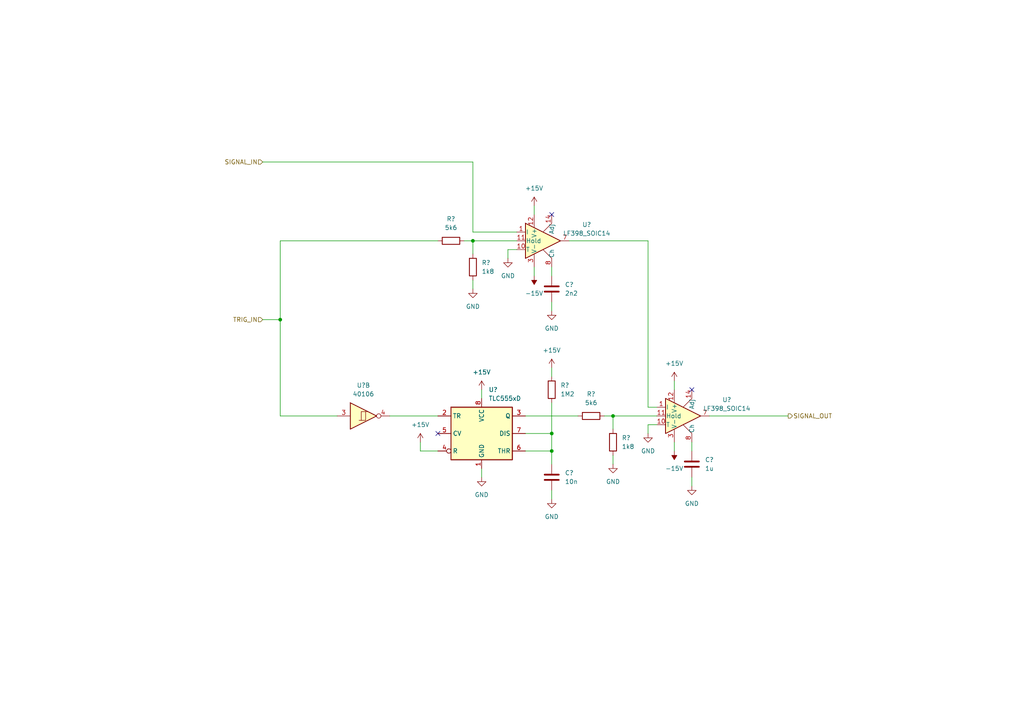
<source format=kicad_sch>
(kicad_sch (version 20211123) (generator eeschema)
  (paper "A4")
  (lib_symbols
    (symbol "4xxx:40106" (pin_names (offset 1.016))
      (property "Reference" "U" (at 0 1.27 0))
      (property "Value" "40106" (at 0 -1.27 0))
      (symbol "40106_1_0"
        (polyline (pts (xy -0.635 -1.27) (xy -0.635 1.27) (xy 0.635 1.27)))
        (polyline (pts (xy -3.81 3.81) (xy -3.81 -3.81) (xy 3.81 0) (xy -3.81 3.81)) (stroke (width 0.254)) (fill (type background)))
        (polyline (pts (xy -1.27 -1.27) (xy 0.635 -1.27) (xy 0.635 1.27) (xy 1.27 1.27)))
        (pin input line (at -7.62 0 0) (length 3.81) (name "~") (number "1"))
        (pin output inverted (at 7.62 0 180) (length 3.81) (name "~") (number "2"))
      )
      (symbol "40106_2_0"
        (polyline (pts (xy -0.635 -1.27) (xy -0.635 1.27) (xy 0.635 1.27)))
        (polyline (pts (xy -3.81 3.81) (xy -3.81 -3.81) (xy 3.81 0) (xy -3.81 3.81)) (stroke (width 0.254)) (fill (type background)))
        (polyline (pts (xy -1.27 -1.27) (xy 0.635 -1.27) (xy 0.635 1.27) (xy 1.27 1.27)))
        (pin input line (at -7.62 0 0) (length 3.81) (name "~") (number "3"))
        (pin output inverted (at 7.62 0 180) (length 3.81) (name "~") (number "4"))
      )
      (symbol "40106_3_0"
        (polyline (pts (xy -0.635 -1.27) (xy -0.635 1.27) (xy 0.635 1.27)))
        (polyline (pts (xy -3.81 3.81) (xy -3.81 -3.81) (xy 3.81 0) (xy -3.81 3.81)) (stroke (width 0.254)) (fill (type background)))
        (polyline (pts (xy -1.27 -1.27) (xy 0.635 -1.27) (xy 0.635 1.27) (xy 1.27 1.27)))
        (pin input line (at -7.62 0 0) (length 3.81) (name "~") (number "5"))
        (pin output inverted (at 7.62 0 180) (length 3.81) (name "~") (number "6"))
      )
      (symbol "40106_4_0"
        (polyline (pts (xy -0.635 -1.27) (xy -0.635 1.27) (xy 0.635 1.27)))
        (polyline (pts (xy -3.81 3.81) (xy -3.81 -3.81) (xy 3.81 0) (xy -3.81 3.81)) (stroke (width 0.254)) (fill (type background)))
        (polyline (pts (xy -1.27 -1.27) (xy 0.635 -1.27) (xy 0.635 1.27) (xy 1.27 1.27)))
        (pin output inverted (at 7.62 0 180) (length 3.81) (name "~") (number "8"))
        (pin input line (at -7.62 0 0) (length 3.81) (name "~") (number "9"))
      )
      (symbol "40106_5_0"
        (polyline (pts (xy -0.635 -1.27) (xy -0.635 1.27) (xy 0.635 1.27)))
        (polyline (pts (xy -3.81 3.81) (xy -3.81 -3.81) (xy 3.81 0) (xy -3.81 3.81)) (stroke (width 0.254)) (fill (type background)))
        (polyline (pts (xy -1.27 -1.27) (xy 0.635 -1.27) (xy 0.635 1.27) (xy 1.27 1.27)))
        (pin output inverted (at 7.62 0 180) (length 3.81) (name "~") (number "10"))
        (pin input line (at -7.62 0 0) (length 3.81) (name "~") (number "11"))
      )
      (symbol "40106_6_0"
        (polyline (pts (xy -0.635 -1.27) (xy -0.635 1.27) (xy 0.635 1.27)))
        (polyline (pts (xy -3.81 3.81) (xy -3.81 -3.81) (xy 3.81 0) (xy -3.81 3.81)) (stroke (width 0.254)) (fill (type background)))
        (polyline (pts (xy -1.27 -1.27) (xy 0.635 -1.27) (xy 0.635 1.27) (xy 1.27 1.27)))
        (pin output inverted (at 7.62 0 180) (length 3.81) (name "~") (number "12"))
        (pin input line (at -7.62 0 0) (length 3.81) (name "~") (number "13"))
      )
      (symbol "40106_7_0"
        (pin power_in line (at 0 12.7 270) (length 5.08) (name "VDD") (number "14"))
        (pin power_in line (at 0 -12.7 90) (length 5.08) (name "VSS") (number "7"))
      )
      (symbol "40106_7_1"
        (rectangle (start -5.08 7.62) (end 5.08 -7.62) (stroke (width 0.254)) (fill (type background)))
      )
    )
    (symbol "Analog:LF398_SOIC14" (pin_names (offset 0.127))
      (property "Reference" "U" (at 5.08 3.81 0))
      (property "Value" "LF398_SOIC14" (at 5.08 -2.54 0))
      (symbol "LF398_SOIC14_0_1"
        (polyline (pts (xy 0 -2.54) (xy 2.54 -5.08)))
        (polyline (pts (xy 2.54 5.08) (xy 0 2.54)))
        (polyline (pts (xy -5.08 5.08) (xy 5.08 0) (xy -5.08 -5.08) (xy -5.08 5.08)) (stroke (width 0.254)) (fill (type background)))
      )
      (symbol "LF398_SOIC14_1_1"
        (pin input line (at -7.62 2.54 0) (length 2.54) (name "I") (number "1"))
        (pin passive line (at -7.62 -2.54 0) (length 2.54) (name "T") (number "10"))
        (pin input line (at -7.62 0 0) (length 2.54) (name "Hold") (number "11"))
        (pin passive line (at -2.54 7.62 270) (length 3.81) (name "V+") (number "12"))
        (pin no_connect line (at 0 -2.54 90) (length 2.54) hide (name "NC") (number "13"))
        (pin passive line (at 2.54 7.62 270) (length 2.54) (name "Adj") (number "14"))
        (pin no_connect line (at -5.08 2.54 270) (length 2.54) hide (name "NC") (number "2"))
        (pin passive line (at -2.54 -7.62 90) (length 3.81) (name "V-") (number "3"))
        (pin no_connect line (at -2.54 2.54 270) (length 2.54) hide (name "NC") (number "4"))
        (pin no_connect line (at -5.08 -2.54 90) (length 2.54) hide (name "NC") (number "5"))
        (pin no_connect line (at -2.54 -2.54 90) (length 2.54) hide (name "NC") (number "6"))
        (pin output line (at 7.62 0 180) (length 2.54) (name "~") (number "7"))
        (pin passive line (at 2.54 -7.62 90) (length 2.54) (name "Ch") (number "8"))
        (pin no_connect line (at 0 2.54 270) (length 2.54) hide (name "NC") (number "9"))
      )
    )
    (symbol "Device:C" (pin_numbers hide) (pin_names (offset 0.254))
      (property "Reference" "C" (at 0.635 2.54 0))
      (property "Value" "C" (at 0.635 -2.54 0))
      (symbol "C_0_1"
        (polyline (pts (xy -2.032 -0.762) (xy 2.032 -0.762)) (stroke (width 0.508)))
        (polyline (pts (xy -2.032 0.762) (xy 2.032 0.762)) (stroke (width 0.508)))
      )
      (symbol "C_1_1"
        (pin passive line (at 0 3.81 270) (length 2.794) (name "~") (number "1"))
        (pin passive line (at 0 -3.81 90) (length 2.794) (name "~") (number "2"))
      )
    )
    (symbol "Device:R" (pin_numbers hide) (pin_names (offset 0))
      (property "Reference" "R" (at 2.032 0 90))
      (property "Value" "R" (at 0 0 90))
      (symbol "R_0_1"
        (rectangle (start -1.016 -2.54) (end 1.016 2.54) (stroke (width 0.254)))
      )
      (symbol "R_1_1"
        (pin passive line (at 0 3.81 270) (length 1.27) (name "~") (number "1"))
        (pin passive line (at 0 -3.81 90) (length 1.27) (name "~") (number "2"))
      )
    )
    (symbol "Timer:TLC555xD"
      (property "Reference" "U" (at -10.16 8.89 0))
      (property "Value" "TLC555xD" (at 2.54 8.89 0))
      (symbol "TLC555xD_0_0"
        (pin power_in line (at 0 -10.16 90) (length 2.54) (name "GND") (number "1"))
        (pin power_in line (at 0 10.16 270) (length 2.54) (name "VCC") (number "8"))
      )
      (symbol "TLC555xD_0_1"
        (rectangle (start -8.89 -7.62) (end 8.89 7.62) (stroke (width 0.254)) (fill (type background)))
        (rectangle (start -8.89 -7.62) (end 8.89 7.62) (stroke (width 0.254)) (fill (type background)))
      )
      (symbol "TLC555xD_1_1"
        (pin input line (at -12.7 5.08 0) (length 3.81) (name "TR") (number "2"))
        (pin output line (at 12.7 5.08 180) (length 3.81) (name "Q") (number "3"))
        (pin input inverted (at -12.7 -5.08 0) (length 3.81) (name "R") (number "4"))
        (pin input line (at -12.7 0 0) (length 3.81) (name "CV") (number "5"))
        (pin input line (at 12.7 -5.08 180) (length 3.81) (name "THR") (number "6"))
        (pin input line (at 12.7 0 180) (length 3.81) (name "DIS") (number "7"))
      )
    )
    (symbol "power:+15V" (power) (pin_names (offset 0))
      (property "Value" "+15V" (at 0 3.556 0))
      (symbol "+15V_0_1"
        (polyline (pts (xy -0.762 1.27) (xy 0 2.54)))
        (polyline (pts (xy 0 0) (xy 0 2.54)))
        (polyline (pts (xy 0 2.54) (xy 0.762 1.27)))
      )
      (symbol "+15V_1_1"
        (pin power_in line (at 0 0 90) (length 0) hide (name "+15V") (number "1"))
      )
    )
    (symbol "power:-15V" (power) (pin_names (offset 0))
      (property "Value" "-15V" (at 0 3.81 0))
      (symbol "-15V_0_0"
        (pin power_in line (at 0 0 90) (length 0) hide (name "-15V") (number "1"))
      )
      (symbol "-15V_0_1"
        (polyline (pts (xy 0 0) (xy 0 1.27) (xy 0.762 1.27) (xy 0 2.54) (xy -0.762 1.27) (xy 0 1.27)) (fill (type outline)))
      )
    )
    (symbol "power:GND" (power) (pin_names (offset 0))
      (property "Value" "GND" (at 0 -3.81 0))
      (symbol "GND_0_1"
        (polyline (pts (xy 0 0) (xy 0 -1.27) (xy 1.27 -1.27) (xy 0 -2.54) (xy -1.27 -1.27) (xy 0 -1.27)))
      )
      (symbol "GND_1_1"
        (pin power_in line (at 0 0 270) (length 0) hide (name "GND") (number "1"))
      )
    )
  )
  (junction (at 160.02 130.81))
  (junction (at 81.28 92.71))
  (junction (at 137.16 69.85))
  (junction (at 177.8 120.65))
  (junction (at 160.02 125.73))
  (no_connect (at 160.02 62.23))
  (no_connect (at 127 125.73))
  (no_connect (at 200.66 113.03))
  (wire (pts (xy 147.32 72.39) (xy 149.86 72.39)))
  (wire (pts (xy 187.96 69.85) (xy 165.1 69.85)))
  (wire (pts (xy 76.2 92.71) (xy 81.28 92.71)))
  (wire (pts (xy 200.66 138.43) (xy 200.66 140.97)))
  (wire (pts (xy 147.32 72.39) (xy 147.32 74.93)))
  (wire (pts (xy 160.02 134.62) (xy 160.02 130.81)))
  (wire (pts (xy 190.5 118.11) (xy 187.96 118.11)))
  (wire (pts (xy 177.8 132.08) (xy 177.8 134.62)))
  (wire (pts (xy 139.7 135.89) (xy 139.7 138.43)))
  (wire (pts (xy 177.8 120.65) (xy 190.5 120.65)))
  (wire (pts (xy 187.96 118.11) (xy 187.96 69.85)))
  (wire (pts (xy 154.94 77.47) (xy 154.94 80.01)))
  (wire (pts (xy 160.02 116.84) (xy 160.02 125.73)))
  (wire (pts (xy 113.03 120.65) (xy 127 120.65)))
  (wire (pts (xy 134.62 69.85) (xy 137.16 69.85)))
  (wire (pts (xy 177.8 124.46) (xy 177.8 120.65)))
  (wire (pts (xy 81.28 92.71) (xy 81.28 120.65)))
  (wire (pts (xy 154.94 59.69) (xy 154.94 62.23)))
  (wire (pts (xy 200.66 128.27) (xy 200.66 130.81)))
  (wire (pts (xy 81.28 69.85) (xy 127 69.85)))
  (wire (pts (xy 160.02 130.81) (xy 160.02 125.73)))
  (wire (pts (xy 137.16 46.99) (xy 76.2 46.99)))
  (wire (pts (xy 195.58 128.27) (xy 195.58 130.81)))
  (wire (pts (xy 137.16 73.66) (xy 137.16 69.85)))
  (wire (pts (xy 121.92 130.81) (xy 127 130.81)))
  (wire (pts (xy 152.4 130.81) (xy 160.02 130.81)))
  (wire (pts (xy 175.26 120.65) (xy 177.8 120.65)))
  (wire (pts (xy 152.4 120.65) (xy 167.64 120.65)))
  (wire (pts (xy 160.02 125.73) (xy 152.4 125.73)))
  (wire (pts (xy 187.96 123.19) (xy 187.96 125.73)))
  (wire (pts (xy 205.74 120.65) (xy 228.6 120.65)))
  (wire (pts (xy 137.16 67.31) (xy 137.16 46.99)))
  (wire (pts (xy 187.96 123.19) (xy 190.5 123.19)))
  (wire (pts (xy 149.86 67.31) (xy 137.16 67.31)))
  (wire (pts (xy 81.28 69.85) (xy 81.28 92.71)))
  (wire (pts (xy 137.16 69.85) (xy 149.86 69.85)))
  (wire (pts (xy 195.58 110.49) (xy 195.58 113.03)))
  (wire (pts (xy 81.28 120.65) (xy 97.79 120.65)))
  (wire (pts (xy 137.16 81.28) (xy 137.16 83.82)))
  (wire (pts (xy 160.02 142.24) (xy 160.02 144.78)))
  (wire (pts (xy 160.02 87.63) (xy 160.02 90.17)))
  (wire (pts (xy 121.92 128.27) (xy 121.92 130.81)))
  (wire (pts (xy 160.02 106.68) (xy 160.02 109.22)))
  (wire (pts (xy 160.02 77.47) (xy 160.02 80.01)))
  (wire (pts (xy 139.7 113.03) (xy 139.7 115.57)))
  (hierarchical_label "TRIG_IN" (shape input) (at 76.2 92.71 180))
  (hierarchical_label "SIGNAL_IN" (shape input) (at 76.2 46.99 180))
  (hierarchical_label "SIGNAL_OUT" (shape output) (at 228.6 120.65 0))
  (symbol (lib_id "Device:C") (at 160.02 138.43 0) (unit 1)
    (property "Reference" "C?" (at 163.83 137.1599 0) (effects (justify left)))
    (property "Value" "10n" (at 163.83 139.6999 0) (effects (justify left)))
  )
  (symbol (lib_id "4xxx:40106") (at 105.41 120.65 0) (unit 2)
    (property "Reference" "U?" (at 105.41 111.76 0))
    (property "Value" "40106" (at 105.41 114.3 0))
    (property "Datasheet" "https://assets.nexperia.com/documents/data-sheet/HEF40106B.pdf" (effects hide))
  )
  (symbol (lib_id "Device:R") (at 130.81 69.85 90) (unit 1)
    (property "Reference" "R?" (at 130.81 63.5 90))
    (property "Value" "5k6" (at 130.81 66.04 90))
  )
  (symbol (lib_id "power:-15V") (at 195.58 130.81 180) (unit 1)
    (property "Reference" "#PWR?" (effects hide))
    (property "Value" "-15V" (at 195.58 135.89 0))
  )
  (symbol (lib_id "power:GND") (at 160.02 90.17 0) (unit 1)
    (property "Reference" "#PWR?" (effects hide))
    (property "Value" "GND" (at 160.02 95.25 0))
  )
  (symbol (lib_id "power:+15V") (at 154.94 59.69 0) (unit 1)
    (property "Reference" "#PWR?" (effects hide))
    (property "Value" "+15V" (at 154.94 54.61 0))
  )
  (symbol (lib_id "power:GND") (at 200.66 140.97 0) (unit 1)
    (property "Reference" "#PWR?" (effects hide))
    (property "Value" "GND" (at 200.66 146.05 0))
  )
  (symbol (lib_id "Device:C") (at 160.02 83.82 0) (unit 1)
    (property "Reference" "C?" (at 163.83 82.5499 0) (effects (justify left)))
    (property "Value" "2n2" (at 163.83 85.0899 0) (effects (justify left)))
  )
  (symbol (lib_id "power:GND") (at 177.8 134.62 0) (unit 1)
    (property "Reference" "#PWR?" (effects hide))
    (property "Value" "GND" (at 177.8 139.7 0))
  )
  (symbol (lib_id "power:-15V") (at 154.94 80.01 180) (unit 1)
    (property "Reference" "#PWR?" (effects hide))
    (property "Value" "-15V" (at 154.94 85.09 0))
  )
  (symbol (lib_id "power:+15V") (at 139.7 113.03 0) (unit 1)
    (property "Reference" "#PWR?" (effects hide))
    (property "Value" "+15V" (at 139.7 107.95 0))
  )
  (symbol (lib_id "power:GND") (at 137.16 83.82 0) (unit 1)
    (property "Reference" "#PWR?" (effects hide))
    (property "Value" "GND" (at 137.16 88.9 0))
  )
  (symbol (lib_id "Device:R") (at 171.45 120.65 90) (unit 1)
    (property "Reference" "R?" (at 171.45 114.3 90))
    (property "Value" "5k6" (at 171.45 116.84 90))
  )
  (symbol (lib_id "Device:R") (at 160.02 113.03 0) (unit 1)
    (property "Reference" "R?" (at 162.56 111.7599 0) (effects (justify left)))
    (property "Value" "1M2" (at 162.56 114.2999 0) (effects (justify left)))
  )
  (symbol (lib_id "Device:R") (at 137.16 77.47 0) (unit 1)
    (property "Reference" "R?" (at 139.7 76.1999 0) (effects (justify left)))
    (property "Value" "1k8" (at 139.7 78.7399 0) (effects (justify left)))
  )
  (symbol (lib_id "power:GND") (at 147.32 74.93 0) (unit 1)
    (property "Reference" "#PWR?" (effects hide))
    (property "Value" "GND" (at 147.32 80.01 0))
  )
  (symbol (lib_id "power:+15V") (at 160.02 106.68 0) (unit 1)
    (property "Reference" "#PWR?" (effects hide))
    (property "Value" "+15V" (at 160.02 101.6 0))
  )
  (symbol (lib_id "power:GND") (at 139.7 138.43 0) (unit 1)
    (property "Reference" "#PWR?" (effects hide))
    (property "Value" "GND" (at 139.7 143.51 0))
  )
  (symbol (lib_id "power:+15V") (at 121.92 128.27 0) (unit 1)
    (property "Reference" "#PWR?" (effects hide))
    (property "Value" "+15V" (at 121.92 123.19 0))
  )
  (symbol (lib_id "Device:C") (at 200.66 134.62 0) (unit 1)
    (property "Reference" "C?" (at 204.47 133.3499 0) (effects (justify left)))
    (property "Value" "1u" (at 204.47 135.8899 0) (effects (justify left)))
  )
  (symbol (lib_id "power:GND") (at 187.96 125.73 0) (unit 1)
    (property "Reference" "#PWR?" (effects hide))
    (property "Value" "GND" (at 187.96 130.81 0))
  )
  (symbol (lib_id "power:+15V") (at 195.58 110.49 0) (unit 1)
    (property "Reference" "#PWR?" (effects hide))
    (property "Value" "+15V" (at 195.58 105.41 0))
  )
  (symbol (lib_id "Analog:LF398_SOIC14") (at 157.48 69.85 0) (unit 1)
    (property "Reference" "U?" (at 170.18 65.151 0))
    (property "Value" "LF398_SOIC14" (at 170.18 67.691 0))
    (property "Footprint" "Package_SO:SOIC-14_3.9x8.7mm_P1.27mm" (effects hide))
    (property "Datasheet" "http://www.ti.com/lit/ds/symlink/lf398-n.pdf" (effects hide))
  )
  (symbol (lib_id "Device:R") (at 177.8 128.27 0) (unit 1)
    (property "Reference" "R?" (at 180.34 126.9999 0) (effects (justify left)))
    (property "Value" "1k8" (at 180.34 129.5399 0) (effects (justify left)))
  )
  (symbol (lib_id "power:GND") (at 160.02 144.78 0) (unit 1)
    (property "Reference" "#PWR?" (effects hide))
    (property "Value" "GND" (at 160.02 149.86 0))
  )
  (symbol (lib_id "Timer:TLC555xD") (at 139.7 125.73 0) (unit 1)
    (property "Reference" "U?" (at 141.7194 113.03 0) (effects (justify left)))
    (property "Value" "TLC555xD" (at 141.7194 115.57 0) (effects (justify left)))
    (property "Footprint" "Package_SO:SOIC-8_3.9x4.9mm_P1.27mm" (effects hide))
    (property "Datasheet" "http://www.ti.com/lit/ds/symlink/tlc555.pdf" (effects hide))
  )
  (symbol (lib_id "Analog:LF398_SOIC14") (at 198.12 120.65 0) (unit 1)
    (property "Reference" "U?" (at 210.82 115.951 0))
    (property "Value" "LF398_SOIC14" (at 210.82 118.491 0))
    (property "Footprint" "Package_SO:SOIC-14_3.9x8.7mm_P1.27mm" (effects hide))
    (property "Datasheet" "http://www.ti.com/lit/ds/symlink/lf398-n.pdf" (effects hide))
  )
)
</source>
